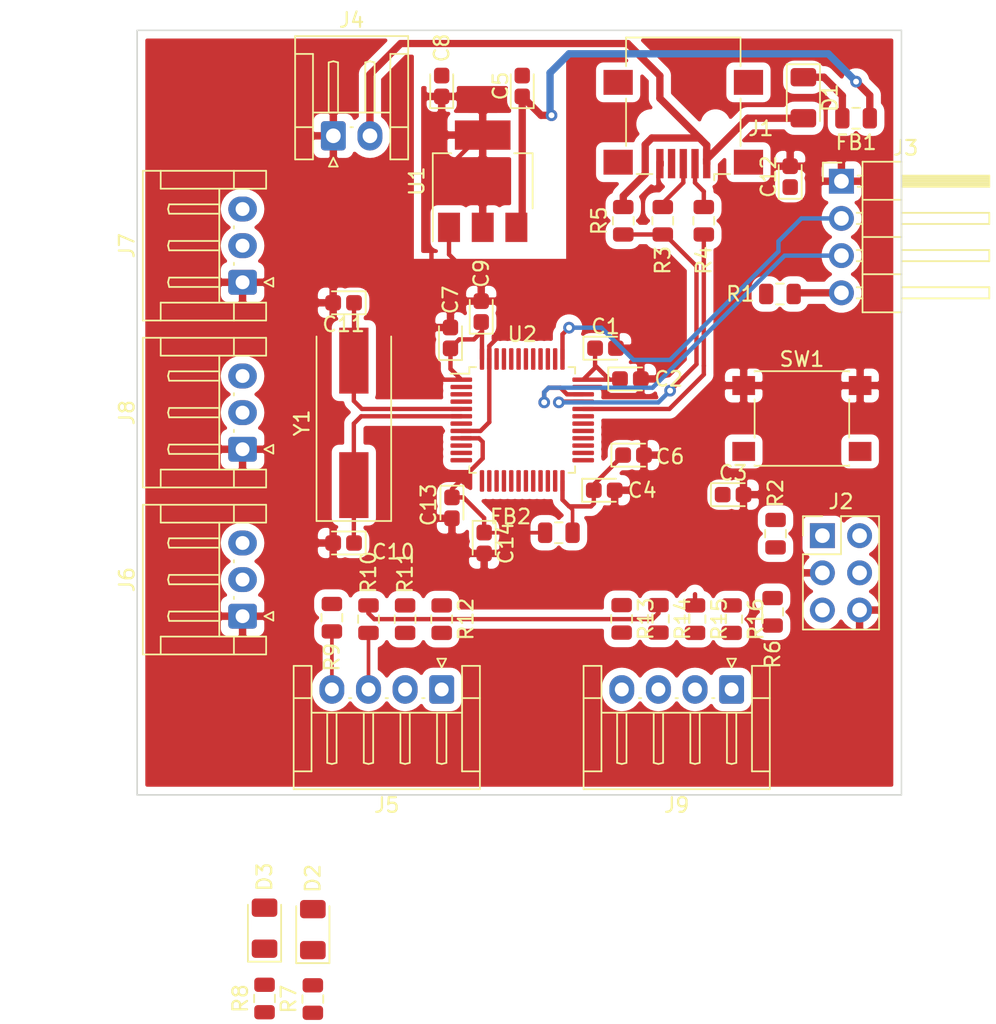
<source format=kicad_pcb>
(kicad_pcb (version 20171130) (host pcbnew "(5.1.6)-1")
  (title_block (title "STM32 Base Board") (date 2020-08-16) (company "Ecole Centrale de Nantes"))
  (layers (0 F.Cu signal) (31 B.Cu signal) (34 B.Paste user) (35 F.Paste user) (36 B.SilkS user) (37 F.SilkS user) (38 B.Mask user) (39 F.Mask user) (44 Edge.Cuts user))
  (net 0 "")
  (net 1 GND)
  (net 2 +3V3)
  (net 3 NRST)
  (net 4 "Net-(C5-Pad1)")
  (net 5 OSC_OUT)
  (net 6 OSC_IN)
  (net 7 +3.3VA)
  (net 8 +5V)
  (net 9 "Net-(D1-Pad1)")
  (net 10 "Net-(D2-Pad1)")
  (net 11 PC13)
  (net 12 "Net-(D3-Pad1)")
  (net 13 "Net-(J1-Pad6)")
  (net 14 "Net-(J1-Pad3)")
  (net 15 "Net-(J1-Pad2)")
  (net 16 "Net-(J2-Pad5)")
  (net 17 "Net-(J2-Pad2)")
  (net 18 SWDIO)
  (net 19 SWDCLK)
  (net 20 "Net-(J5-Pad4)")
  (net 21 "Net-(J5-Pad3)")
  (net 22 "Net-(J5-Pad2)")
  (net 23 "Net-(J5-Pad1)")
  (net 24 IR1)
  (net 25 IR2)
  (net 26 IR3)
  (net 27 BOOT0)
  (net 28 USB_D+)
  (net 29 USB_D-)
  (net 30 BOOT1)
  (net 31 NCS)
  (net 32 MISO)
  (net 33 MOSI)
  (net 34 SCK)
  (net 35 PB9)
  (net 36 PB8)
  (net 37 PB7)
  (net 38 PB6)
  (net 39 PB5)
  (net 40 PB4)
  (net 41 PB3)
  (net 42 PA15)
  (net 43 PA10)
  (net 44 PA9)
  (net 45 PA8)
  (net 46 PB15)
  (net 47 PB14)
  (net 48 PB13)
  (net 49 PB12)
  (net 50 PB11)
  (net 51 PB10)
  (net 52 PB2)
  (net 53 PB1)
  (net 54 PB0)
  (net 55 PA7)
  (net 56 PA6)
  (net 57 PA5)
  (net 58 PA4)
  (net 59 PA3)
  (net 60 PA2)
  (net 61 PA1)
  (net 62 PA0)
  (net 63 PC15)
  (net 64 PC14)
  (net 65 "Net-(J9-Pad4)")
  (net 66 "Net-(J9-Pad3)")
  (net 67 "Net-(J9-Pad2)")
  (net 68 "Net-(J9-Pad1)")
  (net 69 NCS2)
  (module Resistor_SMD:R_0805_2012Metric (layer F.Cu) (at 110.6 110.6 270)
    (fp_text reference R16 (at 0 -1.65 90) (layer F.SilkS))
    (fp_text value 20)
    (pad 2 smd roundrect (at 0.9375 0 270) (size 0.975 1.4) (layers F.Cu F.Paste F.Mask) (net 68 "Net-(J9-Pad1)"))
    (pad 1 smd roundrect (at -0.9375 0 270) (size 0.975 1.4) (layers F.Cu F.Paste F.Mask) (net 34 SCK))
  )
  (module Resistor_SMD:R_0805_2012Metric (layer F.Cu) (at 108.1 110.6 270)
    (fp_text reference R15 (at 0 -1.65 90) (layer F.SilkS))
    (fp_text value 20)
    (pad 2 smd roundrect (at 0.9375 0 270) (size 0.975 1.4) (layers F.Cu F.Paste F.Mask) (net 67 "Net-(J9-Pad2)"))
    (pad 1 smd roundrect (at -0.9375 0 270) (size 0.975 1.4) (layers F.Cu F.Paste F.Mask) (net 33 MOSI))
  )
  (module Resistor_SMD:R_0805_2012Metric (layer F.Cu) (at 105.6 110.58 270)
    (fp_text reference R14 (at 0 -1.65 90) (layer F.SilkS))
    (fp_text value 20)
    (pad 2 smd roundrect (at 0.9375 0 270) (size 0.975 1.4) (layers F.Cu F.Paste F.Mask) (net 66 "Net-(J9-Pad3)"))
    (pad 1 smd roundrect (at -0.9375 0 270) (size 0.975 1.4) (layers F.Cu F.Paste F.Mask) (net 32 MISO))
  )
  (module Resistor_SMD:R_0805_2012Metric (layer F.Cu) (at 103.09 110.58 270)
    (fp_text reference R13 (at 0 -1.65 90) (layer F.SilkS))
    (fp_text value 20)
    (pad 2 smd roundrect (at 0.9375 0 270) (size 0.975 1.4) (layers F.Cu F.Paste F.Mask) (net 65 "Net-(J9-Pad4)"))
    (pad 1 smd roundrect (at -0.9375 0 270) (size 0.975 1.4) (layers F.Cu F.Paste F.Mask) (net 69 NCS2))
  )
  (module Connector_JST:JST_EH_S4B-EH_1x04_P2.50mm_Horizontal (layer F.Cu) (at 110.6 115.4 180)
    (fp_text reference J9 (at 3.75 -7.9) (layer F.SilkS))
    (fp_text value SPI_Connector)
    (pad 4 thru_hole oval (at 7.5 0 180) (size 1.7 1.95) (drill 0.95) (layers *.Cu *.Mask) (net 65 "Net-(J9-Pad4)"))
    (pad 3 thru_hole oval (at 5 0 180) (size 1.7 1.95) (drill 0.95) (layers *.Cu *.Mask) (net 66 "Net-(J9-Pad3)"))
    (pad 2 thru_hole oval (at 2.5 0 180) (size 1.7 1.95) (drill 0.95) (layers *.Cu *.Mask) (net 67 "Net-(J9-Pad2)"))
    (pad 1 thru_hole roundrect (at 0 0 180) (size 1.7 1.95) (drill 0.95) (layers *.Cu *.Mask) (roundrect_rratio 0.147059) (net 68 "Net-(J9-Pad1)"))
  )
  (module Crystal:Crystal_SMD_HC49-SD (layer F.Cu) (at 84.8 97.2 90)
    (fp_text reference Y1 (at 0 -3.55 90) (layer F.SilkS))
    (fp_text value 8MHz)
    (pad 2 smd rect (at 4.25 0 90) (size 4.5 2) (layers F.Cu F.Paste F.Mask) (net 6 OSC_IN))
    (pad 1 smd rect (at -4.25 0 90) (size 4.5 2) (layers F.Cu F.Paste F.Mask) (net 5 OSC_OUT))
  )
  (module Package_QFP:LQFP-48_7x7mm_P0.5mm (layer F.Cu) (at 96.3 97)
    (fp_text reference U2 (at 0 -5.85) (layer F.SilkS))
    (fp_text value STM32F103C8Tx)
    (pad 48 smd roundrect (at -2.75 -4.1625) (size 0.3 1.475) (layers F.Cu F.Paste F.Mask) (net 2 +3V3))
    (pad 47 smd roundrect (at -2.25 -4.1625) (size 0.3 1.475) (layers F.Cu F.Paste F.Mask) (net 1 GND))
    (pad 46 smd roundrect (at -1.75 -4.1625) (size 0.3 1.475) (layers F.Cu F.Paste F.Mask) (net 35 PB9))
    (pad 45 smd roundrect (at -1.25 -4.1625) (size 0.3 1.475) (layers F.Cu F.Paste F.Mask) (net 36 PB8))
    (pad 44 smd roundrect (at -0.75 -4.1625) (size 0.3 1.475) (layers F.Cu F.Paste F.Mask) (net 27 BOOT0))
    (pad 43 smd roundrect (at -0.25 -4.1625) (size 0.3 1.475) (layers F.Cu F.Paste F.Mask) (net 37 PB7))
    (pad 42 smd roundrect (at 0.25 -4.1625) (size 0.3 1.475) (layers F.Cu F.Paste F.Mask) (net 38 PB6))
    (pad 41 smd roundrect (at 0.75 -4.1625) (size 0.3 1.475) (layers F.Cu F.Paste F.Mask) (net 39 PB5))
    (pad 40 smd roundrect (at 1.25 -4.1625) (size 0.3 1.475) (layers F.Cu F.Paste F.Mask) (net 40 PB4))
    (pad 39 smd roundrect (at 1.75 -4.1625) (size 0.3 1.475) (layers F.Cu F.Paste F.Mask) (net 41 PB3))
    (pad 38 smd roundrect (at 2.25 -4.1625) (size 0.3 1.475) (layers F.Cu F.Paste F.Mask) (net 42 PA15))
    (pad 37 smd roundrect (at 2.75 -4.1625) (size 0.3 1.475) (layers F.Cu F.Paste F.Mask) (net 19 SWDCLK))
    (pad 36 smd roundrect (at 4.1625 -2.75) (size 1.475 0.3) (layers F.Cu F.Paste F.Mask) (net 2 +3V3))
    (pad 35 smd roundrect (at 4.1625 -2.25) (size 1.475 0.3) (layers F.Cu F.Paste F.Mask) (net 1 GND))
    (pad 34 smd roundrect (at 4.1625 -1.75) (size 1.475 0.3) (layers F.Cu F.Paste F.Mask) (net 18 SWDIO))
    (pad 33 smd roundrect (at 4.1625 -1.25) (size 1.475 0.3) (layers F.Cu F.Paste F.Mask) (net 28 USB_D+))
    (pad 32 smd roundrect (at 4.1625 -0.75) (size 1.475 0.3) (layers F.Cu F.Paste F.Mask) (net 29 USB_D-))
    (pad 31 smd roundrect (at 4.1625 -0.25) (size 1.475 0.3) (layers F.Cu F.Paste F.Mask) (net 43 PA10))
    (pad 30 smd roundrect (at 4.1625 0.25) (size 1.475 0.3) (layers F.Cu F.Paste F.Mask) (net 44 PA9))
    (pad 29 smd roundrect (at 4.1625 0.75) (size 1.475 0.3) (layers F.Cu F.Paste F.Mask) (net 45 PA8))
    (pad 28 smd roundrect (at 4.1625 1.25) (size 1.475 0.3) (layers F.Cu F.Paste F.Mask) (net 46 PB15))
    (pad 27 smd roundrect (at 4.1625 1.75) (size 1.475 0.3) (layers F.Cu F.Paste F.Mask) (net 47 PB14))
    (pad 26 smd roundrect (at 4.1625 2.25) (size 1.475 0.3) (layers F.Cu F.Paste F.Mask) (net 48 PB13))
    (pad 25 smd roundrect (at 4.1625 2.75) (size 1.475 0.3) (layers F.Cu F.Paste F.Mask) (net 49 PB12))
    (pad 24 smd roundrect (at 2.75 4.1625) (size 0.3 1.475) (layers F.Cu F.Paste F.Mask) (net 2 +3V3))
    (pad 23 smd roundrect (at 2.25 4.1625) (size 0.3 1.475) (layers F.Cu F.Paste F.Mask) (net 1 GND))
    (pad 22 smd roundrect (at 1.75 4.1625) (size 0.3 1.475) (layers F.Cu F.Paste F.Mask) (net 50 PB11))
    (pad 21 smd roundrect (at 1.25 4.1625) (size 0.3 1.475) (layers F.Cu F.Paste F.Mask) (net 51 PB10))
    (pad 20 smd roundrect (at 0.75 4.1625) (size 0.3 1.475) (layers F.Cu F.Paste F.Mask) (net 52 PB2))
    (pad 19 smd roundrect (at 0.25 4.1625) (size 0.3 1.475) (layers F.Cu F.Paste F.Mask) (net 53 PB1))
    (pad 18 smd roundrect (at -0.25 4.1625) (size 0.3 1.475) (layers F.Cu F.Paste F.Mask) (net 54 PB0))
    (pad 17 smd roundrect (at -0.75 4.1625) (size 0.3 1.475) (layers F.Cu F.Paste F.Mask) (net 55 PA7))
    (pad 16 smd roundrect (at -1.25 4.1625) (size 0.3 1.475) (layers F.Cu F.Paste F.Mask) (net 56 PA6))
    (pad 15 smd roundrect (at -1.75 4.1625) (size 0.3 1.475) (layers F.Cu F.Paste F.Mask) (net 57 PA5))
    (pad 14 smd roundrect (at -2.25 4.1625) (size 0.3 1.475) (layers F.Cu F.Paste F.Mask) (net 58 PA4))
    (pad 13 smd roundrect (at -2.75 4.1625) (size 0.3 1.475) (layers F.Cu F.Paste F.Mask) (net 59 PA3))
    (pad 12 smd roundrect (at -4.1625 2.75) (size 1.475 0.3) (layers F.Cu F.Paste F.Mask) (net 60 PA2))
    (pad 11 smd roundrect (at -4.1625 2.25) (size 1.475 0.3) (layers F.Cu F.Paste F.Mask) (net 61 PA1))
    (pad 10 smd roundrect (at -4.1625 1.75) (size 1.475 0.3) (layers F.Cu F.Paste F.Mask) (net 62 PA0))
    (pad 9 smd roundrect (at -4.1625 1.25) (size 1.475 0.3) (layers F.Cu F.Paste F.Mask) (net 7 +3.3VA))
    (pad 8 smd roundrect (at -4.1625 0.75) (size 1.475 0.3) (layers F.Cu F.Paste F.Mask) (net 1 GND))
    (pad 7 smd roundrect (at -4.1625 0.25) (size 1.475 0.3) (layers F.Cu F.Paste F.Mask) (net 3 NRST))
    (pad 6 smd roundrect (at -4.1625 -0.25) (size 1.475 0.3) (layers F.Cu F.Paste F.Mask) (net 5 OSC_OUT))
    (pad 5 smd roundrect (at -4.1625 -0.75) (size 1.475 0.3) (layers F.Cu F.Paste F.Mask) (net 6 OSC_IN))
    (pad 4 smd roundrect (at -4.1625 -1.25) (size 1.475 0.3) (layers F.Cu F.Paste F.Mask) (net 63 PC15))
    (pad 3 smd roundrect (at -4.1625 -1.75) (size 1.475 0.3) (layers F.Cu F.Paste F.Mask) (net 64 PC14))
    (pad 2 smd roundrect (at -4.1625 -2.25) (size 1.475 0.3) (layers F.Cu F.Paste F.Mask) (net 11 PC13))
    (pad 1 smd roundrect (at -4.1625 -2.75) (size 1.475 0.3) (layers F.Cu F.Paste F.Mask) (net 2 +3V3))
  )
  (module Package_TO_SOT_SMD:SOT-223-3_TabPin2 (layer F.Cu) (at 93.6 80.7 90)
    (fp_text reference U1 (at 0 -4.5 90) (layer F.SilkS))
    (fp_text value AMS1117-3.3)
    (pad 1 smd rect (at -3.15 -2.3 90) (size 2 1.5) (layers F.Cu F.Paste F.Mask) (net 1 GND))
    (pad 3 smd rect (at -3.15 2.3 90) (size 2 1.5) (layers F.Cu F.Paste F.Mask) (net 4 "Net-(C5-Pad1)"))
    (pad 2 smd rect (at -3.15 0 90) (size 2 1.5) (layers F.Cu F.Paste F.Mask) (net 2 +3V3))
    (pad 2 smd rect (at 3.15 0 90) (size 2 3.8) (layers F.Cu F.Paste F.Mask) (net 2 +3V3))
  )
  (module Button_Switch_SMD:SW_Push_1P1T_NO_6x6mm_H9.5mm (layer F.Cu) (at 115.4 96.9)
    (fp_text reference SW1 (at 0 -4.05) (layer F.SilkS))
    (fp_text value SW_Push)
    (pad 2 smd rect (at 3.975 2.25) (size 1.55 1.3) (layers F.Cu F.Paste F.Mask) (net 3 NRST))
    (pad 1 smd rect (at 3.975 -2.25) (size 1.55 1.3) (layers F.Cu F.Paste F.Mask) (net 1 GND))
    (pad 1 smd rect (at -3.975 -2.25) (size 1.55 1.3) (layers F.Cu F.Paste F.Mask) (net 1 GND))
    (pad 2 smd rect (at -3.975 2.25) (size 1.55 1.3) (layers F.Cu F.Paste F.Mask) (net 3 NRST))
  )
  (module Resistor_SMD:R_0805_2012Metric (layer F.Cu) (at 90.8 110.6 270)
    (fp_text reference R12 (at 0 -1.65 90) (layer F.SilkS))
    (fp_text value 20)
    (pad 2 smd roundrect (at 0.9375 0 270) (size 0.975 1.4) (layers F.Cu F.Paste F.Mask) (net 23 "Net-(J5-Pad1)"))
    (pad 1 smd roundrect (at -0.9375 0 270) (size 0.975 1.4) (layers F.Cu F.Paste F.Mask) (net 34 SCK))
  )
  (module Resistor_SMD:R_0805_2012Metric (layer F.Cu) (at 88.3 110.6 270)
    (fp_text reference R11 (at -3.2 0 90) (layer F.SilkS))
    (fp_text value 20)
    (pad 2 smd roundrect (at 0.9375 0 270) (size 0.975 1.4) (layers F.Cu F.Paste F.Mask) (net 22 "Net-(J5-Pad2)"))
    (pad 1 smd roundrect (at -0.9375 0 270) (size 0.975 1.4) (layers F.Cu F.Paste F.Mask) (net 33 MOSI))
  )
  (module Resistor_SMD:R_0805_2012Metric (layer F.Cu) (at 85.8 110.6 270)
    (fp_text reference R10 (at -3.2 0 90) (layer F.SilkS))
    (fp_text value 20)
    (pad 2 smd roundrect (at 0.9375 0 270) (size 0.975 1.4) (layers F.Cu F.Paste F.Mask) (net 21 "Net-(J5-Pad3)"))
    (pad 1 smd roundrect (at -0.9375 0 270) (size 0.975 1.4) (layers F.Cu F.Paste F.Mask) (net 32 MISO))
  )
  (module Resistor_SMD:R_0805_2012Metric (layer F.Cu) (at 83.3 110.5 270)
    (fp_text reference R9 (at 2.7 0 90) (layer F.SilkS))
    (fp_text value 20)
    (pad 2 smd roundrect (at 0.9375 0 270) (size 0.975 1.4) (layers F.Cu F.Paste F.Mask) (net 20 "Net-(J5-Pad4)"))
    (pad 1 smd roundrect (at -0.9375 0 270) (size 0.975 1.4) (layers F.Cu F.Paste F.Mask) (net 31 NCS))
  )
  (module Resistor_SMD:R_0805_2012Metric (layer F.Cu) (at 78.7 136.5 90)
    (fp_text reference R8 (at 0 -1.65 90) (layer F.SilkS))
    (fp_text value 220)
    (pad 2 smd roundrect (at 0.9375 0 90) (size 0.975 1.4) (layers F.Cu F.Paste F.Mask) (net 12 "Net-(D3-Pad1)"))
    (pad 1 smd roundrect (at -0.9375 0 90) (size 0.975 1.4) (layers F.Cu F.Paste F.Mask) (net 1 GND))
  )
  (module Resistor_SMD:R_0805_2012Metric (layer F.Cu) (at 82 136.5375 90)
    (fp_text reference R7 (at 0 -1.65 90) (layer F.SilkS))
    (fp_text value 220)
    (pad 2 smd roundrect (at 0.9375 0 90) (size 0.975 1.4) (layers F.Cu F.Paste F.Mask) (net 10 "Net-(D2-Pad1)"))
    (pad 1 smd roundrect (at -0.9375 0 90) (size 0.975 1.4) (layers F.Cu F.Paste F.Mask) (net 1 GND))
  )
  (module Resistor_SMD:R_0805_2012Metric (layer F.Cu) (at 113.4 110.1 270)
    (fp_text reference R6 (at 2.9 0 90) (layer F.SilkS))
    (fp_text value 100K)
    (pad 2 smd roundrect (at 0.9375 0 270) (size 0.975 1.4) (layers F.Cu F.Paste F.Mask) (net 16 "Net-(J2-Pad5)"))
    (pad 1 smd roundrect (at -0.9375 0 270) (size 0.975 1.4) (layers F.Cu F.Paste F.Mask) (net 30 BOOT1))
  )
  (module Resistor_SMD:R_0805_2012Metric (layer F.Cu) (at 103.2 83.4 90)
    (fp_text reference R5 (at 0 -1.65 90) (layer F.SilkS))
    (fp_text value 4k7)
    (pad 2 smd roundrect (at 0.9375 0 90) (size 0.975 1.4) (layers F.Cu F.Paste F.Mask) (net 8 +5V))
    (pad 1 smd roundrect (at -0.9375 0 90) (size 0.975 1.4) (layers F.Cu F.Paste F.Mask) (net 28 USB_D+))
  )
  (module Resistor_SMD:R_0805_2012Metric (layer F.Cu) (at 108.7 83.4 90)
    (fp_text reference R4 (at -2.7 0 90) (layer F.SilkS))
    (fp_text value 20)
    (pad 2 smd roundrect (at 0.9375 0 90) (size 0.975 1.4) (layers F.Cu F.Paste F.Mask) (net 15 "Net-(J1-Pad2)"))
    (pad 1 smd roundrect (at -0.9375 0 90) (size 0.975 1.4) (layers F.Cu F.Paste F.Mask) (net 29 USB_D-))
  )
  (module Resistor_SMD:R_0805_2012Metric (layer F.Cu) (at 105.9 83.4 90)
    (fp_text reference R3 (at -2.7 0 90) (layer F.SilkS))
    (fp_text value 20)
    (pad 2 smd roundrect (at 0.9375 0 90) (size 0.975 1.4) (layers F.Cu F.Paste F.Mask) (net 14 "Net-(J1-Pad3)"))
    (pad 1 smd roundrect (at -0.9375 0 90) (size 0.975 1.4) (layers F.Cu F.Paste F.Mask) (net 28 USB_D+))
  )
  (module Resistor_SMD:R_0805_2012Metric (layer F.Cu) (at 113.6 104.7625 270)
    (fp_text reference R2 (at -2.7625 0 90) (layer F.SilkS))
    (fp_text value 100K)
    (pad 2 smd roundrect (at 0.9375 0 270) (size 0.975 1.4) (layers F.Cu F.Paste F.Mask) (net 27 BOOT0))
    (pad 1 smd roundrect (at -0.9375 0 270) (size 0.975 1.4) (layers F.Cu F.Paste F.Mask) (net 17 "Net-(J2-Pad2)"))
  )
  (module Resistor_SMD:R_0805_2012Metric (layer F.Cu) (at 113.9 88.4)
    (fp_text reference R1 (at -2.7 0) (layer F.SilkS))
    (fp_text value 10K)
    (pad 2 smd roundrect (at 0.9375 0) (size 0.975 1.4) (layers F.Cu F.Paste F.Mask) (net 2 +3V3))
    (pad 1 smd roundrect (at -0.9375 0) (size 0.975 1.4) (layers F.Cu F.Paste F.Mask) (net 3 NRST))
  )
  (module Connector_JST:JST_EH_S3B-EH_1x03_P2.50mm_Horizontal (layer F.Cu) (at 77.2 99 90)
    (fp_text reference J8 (at 2.5 -7.9 90) (layer F.SilkS))
    (fp_text value IR3)
    (pad 3 thru_hole oval (at 5 0 90) (size 1.7 1.95) (drill 0.95) (layers *.Cu *.Mask) (net 2 +3V3))
    (pad 2 thru_hole oval (at 2.5 0 90) (size 1.7 1.95) (drill 0.95) (layers *.Cu *.Mask) (net 26 IR3))
    (pad 1 thru_hole roundrect (at 0 0 90) (size 1.7 1.95) (drill 0.95) (layers *.Cu *.Mask) (roundrect_rratio 0.147059) (net 1 GND))
  )
  (module Connector_JST:JST_EH_S3B-EH_1x03_P2.50mm_Horizontal (layer F.Cu) (at 77.2 87.6 90)
    (fp_text reference J7 (at 2.5 -7.9 90) (layer F.SilkS))
    (fp_text value IR2)
    (pad 3 thru_hole oval (at 5 0 90) (size 1.7 1.95) (drill 0.95) (layers *.Cu *.Mask) (net 2 +3V3))
    (pad 2 thru_hole oval (at 2.5 0 90) (size 1.7 1.95) (drill 0.95) (layers *.Cu *.Mask) (net 25 IR2))
    (pad 1 thru_hole roundrect (at 0 0 90) (size 1.7 1.95) (drill 0.95) (layers *.Cu *.Mask) (roundrect_rratio 0.147059) (net 1 GND))
  )
  (module Connector_JST:JST_EH_S3B-EH_1x03_P2.50mm_Horizontal (layer F.Cu) (at 77.2 110.4 90)
    (fp_text reference J6 (at 2.5 -7.9 90) (layer F.SilkS))
    (fp_text value IR1)
    (pad 3 thru_hole oval (at 5 0 90) (size 1.7 1.95) (drill 0.95) (layers *.Cu *.Mask) (net 2 +3V3))
    (pad 2 thru_hole oval (at 2.5 0 90) (size 1.7 1.95) (drill 0.95) (layers *.Cu *.Mask) (net 24 IR1))
    (pad 1 thru_hole roundrect (at 0 0 90) (size 1.7 1.95) (drill 0.95) (layers *.Cu *.Mask) (roundrect_rratio 0.147059) (net 1 GND))
  )
  (module Connector_JST:JST_EH_S4B-EH_1x04_P2.50mm_Horizontal (layer F.Cu) (at 90.8 115.4 180)
    (fp_text reference J5 (at 3.75 -7.9) (layer F.SilkS))
    (fp_text value SPI_Connector)
    (pad 4 thru_hole oval (at 7.5 0 180) (size 1.7 1.95) (drill 0.95) (layers *.Cu *.Mask) (net 20 "Net-(J5-Pad4)"))
    (pad 3 thru_hole oval (at 5 0 180) (size 1.7 1.95) (drill 0.95) (layers *.Cu *.Mask) (net 21 "Net-(J5-Pad3)"))
    (pad 2 thru_hole oval (at 2.5 0 180) (size 1.7 1.95) (drill 0.95) (layers *.Cu *.Mask) (net 22 "Net-(J5-Pad2)"))
    (pad 1 thru_hole roundrect (at 0 0 180) (size 1.7 1.95) (drill 0.95) (layers *.Cu *.Mask) (roundrect_rratio 0.147059) (net 23 "Net-(J5-Pad1)"))
  )
  (module Connector_JST:JST_EH_S2B-EH_1x02_P2.50mm_Horizontal (layer F.Cu) (at 83.4 77.6)
    (fp_text reference J4 (at 1.25 -7.9) (layer F.SilkS))
    (fp_text value Power)
    (pad 2 thru_hole oval (at 2.5 0) (size 1.7 2) (drill 1) (layers *.Cu *.Mask) (net 8 +5V))
    (pad 1 thru_hole roundrect (at 0 0) (size 1.7 2) (drill 1) (layers *.Cu *.Mask) (roundrect_rratio 0.147059) (net 1 GND))
  )
  (module Connector_PinHeader_2.54mm:PinHeader_1x04_P2.54mm_Horizontal (layer F.Cu) (at 118.1 80.7)
    (fp_text reference J3 (at 4.385 -2.27) (layer F.SilkS))
    (fp_text value SWDebugger)
    (pad 4 thru_hole oval (at 0 7.62) (size 1.7 1.7) (drill 1) (layers *.Cu *.Mask) (net 2 +3V3))
    (pad 3 thru_hole oval (at 0 5.08) (size 1.7 1.7) (drill 1) (layers *.Cu *.Mask) (net 18 SWDIO))
    (pad 2 thru_hole oval (at 0 2.54) (size 1.7 1.7) (drill 1) (layers *.Cu *.Mask) (net 19 SWDCLK))
    (pad 1 thru_hole rect (at 0 0) (size 1.7 1.7) (drill 1) (layers *.Cu *.Mask) (net 1 GND))
  )
  (module Connector_PinHeader_2.54mm:PinHeader_2x03_P2.54mm_Vertical (layer F.Cu) (at 116.8 104.9)
    (fp_text reference J2 (at 1.27 -2.33) (layer F.SilkS))
    (fp_text value Boot_Pins)
    (pad 6 thru_hole oval (at 2.54 5.08) (size 1.7 1.7) (drill 1) (layers *.Cu *.Mask) (net 1 GND))
    (pad 5 thru_hole oval (at 0 5.08) (size 1.7 1.7) (drill 1) (layers *.Cu *.Mask) (net 16 "Net-(J2-Pad5)"))
    (pad 4 thru_hole oval (at 2.54 2.54) (size 1.7 1.7) (drill 1) (layers *.Cu *.Mask) (net 2 +3V3))
    (pad 3 thru_hole oval (at 0 2.54) (size 1.7 1.7) (drill 1) (layers *.Cu *.Mask) (net 1 GND))
    (pad 2 thru_hole oval (at 2.54 0) (size 1.7 1.7) (drill 1) (layers *.Cu *.Mask) (net 17 "Net-(J2-Pad2)"))
    (pad 1 thru_hole rect (at 0 0) (size 1.7 1.7) (drill 1) (layers *.Cu *.Mask) (net 2 +3V3))
  )
  (module Connector_USB:USB_Mini-B_Lumberg_2486_01_Horizontal (layer F.Cu) (at 107.3 76.8 180)
    (fp_text reference J1 (at -5.3 -0.3) (layer F.SilkS))
    (fp_text value USB_B_Mini)
    (pad "" np_thru_hole circle (at 2.2 0 180) (size 1 1) (drill 1) (layers *.Cu *.Mask))
    (pad "" np_thru_hole circle (at -2.2 0 180) (size 1 1) (drill 1) (layers *.Cu *.Mask))
    (pad 6 smd rect (at 4.45 2.85 180) (size 2 1.7) (layers F.Cu F.Paste F.Mask) (net 13 "Net-(J1-Pad6)"))
    (pad 6 smd rect (at 4.45 -2.6 180) (size 2 1.7) (layers F.Cu F.Paste F.Mask) (net 13 "Net-(J1-Pad6)"))
    (pad 6 smd rect (at -4.45 2.85 180) (size 2 1.7) (layers F.Cu F.Paste F.Mask) (net 13 "Net-(J1-Pad6)"))
    (pad 6 smd rect (at -4.45 -2.6 180) (size 2 1.7) (layers F.Cu F.Paste F.Mask) (net 13 "Net-(J1-Pad6)"))
    (pad 5 smd rect (at 1.6 -2.7 180) (size 0.5 2) (layers F.Cu F.Paste F.Mask) (net 1 GND))
    (pad 4 smd rect (at 0.8 -2.7 180) (size 0.5 2) (layers F.Cu F.Paste F.Mask) (net 1 GND))
    (pad 3 smd rect (at 0 -2.7 180) (size 0.5 2) (layers F.Cu F.Paste F.Mask) (net 14 "Net-(J1-Pad3)"))
    (pad 2 smd rect (at -0.8 -2.7 180) (size 0.5 2) (layers F.Cu F.Paste F.Mask) (net 15 "Net-(J1-Pad2)"))
    (pad 1 smd rect (at -1.6 -2.7 180) (size 0.5 2) (layers F.Cu F.Paste F.Mask) (net 8 +5V))
  )
  (module Resistor_SMD:R_0805_2012Metric (layer F.Cu) (at 98.8 104.7)
    (fp_text reference FB2 (at -3.3 -1.1) (layer F.SilkS))
    (fp_text value 100@100MHz)
    (pad 2 smd roundrect (at 0.9375 0) (size 0.975 1.4) (layers F.Cu F.Paste F.Mask) (net 2 +3V3))
    (pad 1 smd roundrect (at -0.9375 0) (size 0.975 1.4) (layers F.Cu F.Paste F.Mask) (net 7 +3.3VA))
  )
  (module Resistor_SMD:R_0805_2012Metric (layer F.Cu) (at 119.1 76.4 180)
    (fp_text reference FB1 (at 0 -1.65) (layer F.SilkS))
    (fp_text value 100@100MHz)
    (pad 2 smd roundrect (at 0.9375 0 180) (size 0.975 1.4) (layers F.Cu F.Paste F.Mask) (net 9 "Net-(D1-Pad1)"))
    (pad 1 smd roundrect (at -0.9375 0 180) (size 0.975 1.4) (layers F.Cu F.Paste F.Mask) (net 4 "Net-(C5-Pad1)"))
  )
  (module LED_SMD:LED_1206_3216Metric (layer F.Cu) (at 78.7 131.7 90)
    (fp_text reference D3 (at 3.5 0 90) (layer F.SilkS))
    (fp_text value green)
    (pad 2 smd roundrect (at 1.4 0 90) (size 1.25 1.75) (layers F.Cu F.Paste F.Mask) (roundrect_rratio 0.2) (net 11 PC13))
    (pad 1 smd roundrect (at -1.4 0 90) (size 1.25 1.75) (layers F.Cu F.Paste F.Mask) (roundrect_rratio 0.2) (net 12 "Net-(D3-Pad1)"))
  )
  (module LED_SMD:LED_1206_3216Metric (layer F.Cu) (at 82 131.8 90)
    (fp_text reference D2 (at 3.5 0 90) (layer F.SilkS))
    (fp_text value red)
    (pad 2 smd roundrect (at 1.4 0 90) (size 1.25 1.75) (layers F.Cu F.Paste F.Mask) (roundrect_rratio 0.2) (net 2 +3V3))
    (pad 1 smd roundrect (at -1.4 0 90) (size 1.25 1.75) (layers F.Cu F.Paste F.Mask) (roundrect_rratio 0.2) (net 10 "Net-(D2-Pad1)"))
  )
  (module Diode_SMD:D_1206_3216Metric (layer F.Cu) (at 115.5 75 270)
    (fp_text reference D1 (at 0 -1.82 90) (layer F.SilkS))
    (fp_text value D_Schottky_Small)
    (pad 2 smd roundrect (at 1.4 0 270) (size 1.25 1.75) (layers F.Cu F.Paste F.Mask) (roundrect_rratio 0.2) (net 8 +5V))
    (pad 1 smd roundrect (at -1.4 0 270) (size 1.25 1.75) (layers F.Cu F.Paste F.Mask) (roundrect_rratio 0.2) (net 9 "Net-(D1-Pad1)"))
  )
  (module Capacitor_Tantalum_SMD:CP_EIA-1608-08_AVX-J (layer F.Cu) (at 93.7 105.4 270)
    (fp_text reference C14 (at 0 -1.48 90) (layer F.SilkS))
    (fp_text value 1uF)
    (pad 2 smd roundrect (at 0.7125 0 270) (size 1.075 1.05) (layers F.Cu F.Paste F.Mask) (roundrect_rratio 0.238095) (net 1 GND))
    (pad 1 smd roundrect (at -0.7125 0 270) (size 1.075 1.05) (layers F.Cu F.Paste F.Mask) (roundrect_rratio 0.238095) (net 7 +3.3VA))
  )
  (module Capacitor_Tantalum_SMD:CP_EIA-1608-08_AVX-J (layer F.Cu) (at 91.5 103 270)
    (fp_text reference C13 (at -0.2 1.6 90) (layer F.SilkS))
    (fp_text value 10nF)
    (pad 2 smd roundrect (at 0.7125 0 270) (size 1.075 1.05) (layers F.Cu F.Paste F.Mask) (roundrect_rratio 0.238095) (net 1 GND))
    (pad 1 smd roundrect (at -0.7125 0 270) (size 1.075 1.05) (layers F.Cu F.Paste F.Mask) (roundrect_rratio 0.238095) (net 7 +3.3VA))
  )
  (module Capacitor_Tantalum_SMD:CP_EIA-1608-08_AVX-J (layer F.Cu) (at 114.6 80.3875 90)
    (fp_text reference C12 (at 0 -1.48 90) (layer F.SilkS))
    (fp_text value 0.1uF)
    (pad 2 smd roundrect (at 0.7125 0 90) (size 1.075 1.05) (layers F.Cu F.Paste F.Mask) (roundrect_rratio 0.238095) (net 1 GND))
    (pad 1 smd roundrect (at -0.7125 0 90) (size 1.075 1.05) (layers F.Cu F.Paste F.Mask) (roundrect_rratio 0.238095) (net 2 +3V3))
  )
  (module Capacitor_Tantalum_SMD:CP_EIA-1608-08_AVX-J (layer F.Cu) (at 84.1 89 180)
    (fp_text reference C11 (at 0 -1.48) (layer F.SilkS))
    (fp_text value 22pF)
    (pad 2 smd roundrect (at 0.7125 0 180) (size 1.075 1.05) (layers F.Cu F.Paste F.Mask) (roundrect_rratio 0.238095) (net 1 GND))
    (pad 1 smd roundrect (at -0.7125 0 180) (size 1.075 1.05) (layers F.Cu F.Paste F.Mask) (roundrect_rratio 0.238095) (net 6 OSC_IN))
  )
  (module Capacitor_Tantalum_SMD:CP_EIA-1608-08_AVX-J (layer F.Cu) (at 84.1 105.4 180)
    (fp_text reference C10 (at -3.4 -0.6) (layer F.SilkS))
    (fp_text value 22pF)
    (pad 2 smd roundrect (at 0.7125 0 180) (size 1.075 1.05) (layers F.Cu F.Paste F.Mask) (roundrect_rratio 0.238095) (net 1 GND))
    (pad 1 smd roundrect (at -0.7125 0 180) (size 1.075 1.05) (layers F.Cu F.Paste F.Mask) (roundrect_rratio 0.238095) (net 5 OSC_OUT))
  )
  (module Capacitor_Tantalum_SMD:CP_EIA-1608-08_AVX-J (layer F.Cu) (at 93.5 89.6 90)
    (fp_text reference C9 (at 2.6 0 90) (layer F.SilkS))
    (fp_text value 1uF)
    (pad 2 smd roundrect (at 0.7125 0 90) (size 1.075 1.05) (layers F.Cu F.Paste F.Mask) (roundrect_rratio 0.238095) (net 1 GND))
    (pad 1 smd roundrect (at -0.7125 0 90) (size 1.075 1.05) (layers F.Cu F.Paste F.Mask) (roundrect_rratio 0.238095) (net 2 +3V3))
  )
  (module Capacitor_Tantalum_SMD:CP_EIA-1608-08_AVX-J (layer F.Cu) (at 90.8 74.2 90)
    (fp_text reference C8 (at 2.6 0 90) (layer F.SilkS))
    (fp_text value 1uF)
    (pad 2 smd roundrect (at 0.7125 0 90) (size 1.075 1.05) (layers F.Cu F.Paste F.Mask) (roundrect_rratio 0.238095) (net 1 GND))
    (pad 1 smd roundrect (at -0.7125 0 90) (size 1.075 1.05) (layers F.Cu F.Paste F.Mask) (roundrect_rratio 0.238095) (net 2 +3V3))
  )
  (module Capacitor_Tantalum_SMD:CP_EIA-1608-08_AVX-J (layer F.Cu) (at 91.4 91.4 90)
    (fp_text reference C7 (at 2.6 0 90) (layer F.SilkS))
    (fp_text value 10nF)
    (pad 2 smd roundrect (at 0.7125 0 90) (size 1.075 1.05) (layers F.Cu F.Paste F.Mask) (roundrect_rratio 0.238095) (net 1 GND))
    (pad 1 smd roundrect (at -0.7125 0 90) (size 1.075 1.05) (layers F.Cu F.Paste F.Mask) (roundrect_rratio 0.238095) (net 2 +3V3))
  )
  (module Capacitor_Tantalum_SMD:CP_EIA-1608-08_AVX-J (layer F.Cu) (at 103.9 99.4)
    (fp_text reference C6 (at 2.5 0.1) (layer F.SilkS))
    (fp_text value 10nF)
    (pad 2 smd roundrect (at 0.7125 0) (size 1.075 1.05) (layers F.Cu F.Paste F.Mask) (roundrect_rratio 0.238095) (net 1 GND))
    (pad 1 smd roundrect (at -0.7125 0) (size 1.075 1.05) (layers F.Cu F.Paste F.Mask) (roundrect_rratio 0.238095) (net 2 +3V3))
  )
  (module Capacitor_Tantalum_SMD:CP_EIA-1608-08_AVX-J (layer F.Cu) (at 96.3 74.2 90)
    (fp_text reference C5 (at 0 -1.48 90) (layer F.SilkS))
    (fp_text value 10uF)
    (pad 2 smd roundrect (at 0.7125 0 90) (size 1.075 1.05) (layers F.Cu F.Paste F.Mask) (roundrect_rratio 0.238095) (net 1 GND))
    (pad 1 smd roundrect (at -0.7125 0 90) (size 1.075 1.05) (layers F.Cu F.Paste F.Mask) (roundrect_rratio 0.238095) (net 4 "Net-(C5-Pad1)"))
  )
  (module Capacitor_Tantalum_SMD:CP_EIA-1608-08_AVX-J (layer F.Cu) (at 101.9 101.8)
    (fp_text reference C4 (at 2.6 0) (layer F.SilkS))
    (fp_text value 10nF)
    (pad 2 smd roundrect (at 0.7125 0) (size 1.075 1.05) (layers F.Cu F.Paste F.Mask) (roundrect_rratio 0.238095) (net 1 GND))
    (pad 1 smd roundrect (at -0.7125 0) (size 1.075 1.05) (layers F.Cu F.Paste F.Mask) (roundrect_rratio 0.238095) (net 2 +3V3))
  )
  (module Capacitor_Tantalum_SMD:CP_EIA-1608-08_AVX-J (layer F.Cu) (at 110.7 102.1)
    (fp_text reference C3 (at 0 -1.48) (layer F.SilkS))
    (fp_text value 22pF)
    (pad 2 smd roundrect (at 0.7125 0) (size 1.075 1.05) (layers F.Cu F.Paste F.Mask) (roundrect_rratio 0.238095) (net 1 GND))
    (pad 1 smd roundrect (at -0.7125 0) (size 1.075 1.05) (layers F.Cu F.Paste F.Mask) (roundrect_rratio 0.238095) (net 3 NRST))
  )
  (module Capacitor_Tantalum_SMD:CP_EIA-1608-08_AVX-J (layer F.Cu) (at 103.6875 94.2)
    (fp_text reference C2 (at 2.6125 0) (layer F.SilkS))
    (fp_text value 10nF)
    (pad 2 smd roundrect (at 0.7125 0) (size 1.075 1.05) (layers F.Cu F.Paste F.Mask) (roundrect_rratio 0.238095) (net 1 GND))
    (pad 1 smd roundrect (at -0.7125 0) (size 1.075 1.05) (layers F.Cu F.Paste F.Mask) (roundrect_rratio 0.238095) (net 2 +3V3))
  )
  (module Capacitor_Tantalum_SMD:CP_EIA-1608-08_AVX-J (layer F.Cu) (at 101.9875 92.1)
    (fp_text reference C1 (at 0 -1.48) (layer F.SilkS))
    (fp_text value 10nF)
    (pad 2 smd roundrect (at 0.7125 0) (size 1.075 1.05) (layers F.Cu F.Paste F.Mask) (roundrect_rratio 0.238095) (net 1 GND))
    (pad 1 smd roundrect (at -0.7125 0) (size 1.075 1.05) (layers F.Cu F.Paste F.Mask) (roundrect_rratio 0.238095) (net 2 +3V3))
  )
  (gr_line (start 122.2 70.4) (end 70 70.4) (layer Edge.Cuts) (width 0.1))
  (gr_line (start 122.2 122.6) (end 122.2 70.4) (layer Edge.Cuts) (width 0.1))
  (gr_line (start 70 122.6) (end 122.2 122.6) (layer Edge.Cuts) (width 0.1))
  (gr_line (start 70 70.4) (end 70 122.6) (layer Edge.Cuts) (width 0.1))
  (segment (start 93.5 88.8875) (end 92.3125 88.8875) (width 0.3) (layer F.Cu) (net 1))
  (segment (start 91.4 89.8) (end 91.4 90.6875) (width 0.3) (layer F.Cu) (net 1))
  (segment (start 92.3125 88.8875) (end 91.4 89.8) (width 0.3) (layer F.Cu) (net 1))
  (segment (start 94.05 92.8375) (end 94.05 91.95) (width 0.3) (layer F.Cu) (net 1))
  (segment (start 94.05 91.95) (end 94.7 91.3) (width 0.3) (layer F.Cu) (net 1))
  (segment (start 94.7 91.3) (end 94.7 89.2) (width 0.3) (layer F.Cu) (net 1))
  (segment (start 94.3875 88.8875) (end 93.5 88.8875) (width 0.3) (layer F.Cu) (net 1))
  (segment (start 94.7 89.2) (end 94.3875 88.8875) (width 0.3) (layer F.Cu) (net 1))
  (segment (start 102.7 92.1) (end 103.5 92.1) (width 0.3) (layer F.Cu) (net 1))
  (segment (start 104.4 93) (end 104.4 94.2) (width 0.3) (layer F.Cu) (net 1))
  (segment (start 103.5 92.1) (end 104.4 93) (width 0.3) (layer F.Cu) (net 1))
  (segment (start 100.4625 94.75) (end 101.65 94.75) (width 0.3) (layer F.Cu) (net 1))
  (segment (start 101.65 94.75) (end 102.2 95.3) (width 0.3) (layer F.Cu) (net 1))
  (segment (start 102.2 95.3) (end 104.1 95.3) (width 0.3) (layer F.Cu) (net 1))
  (segment (start 104.4 95) (end 104.4 94.2) (width 0.3) (layer F.Cu) (net 1))
  (segment (start 104.1 95.3) (end 104.4 95) (width 0.3) (layer F.Cu) (net 1))
  (segment (start 93.7 106.1125) (end 92.9125 106.1125) (width 0.3) (layer F.Cu) (net 1))
  (segment (start 91.5 104.7) (end 91.5 103.7125) (width 0.3) (layer F.Cu) (net 1))
  (segment (start 92.9125 106.1125) (end 91.5 104.7) (width 0.3) (layer F.Cu) (net 1))
  (segment (start 118.1 80.7) (end 116.5 80.7) (width 0.5) (layer F.Cu) (net 1))
  (segment (start 115.475 79.675) (end 114.6 79.675) (width 0.5) (layer F.Cu) (net 1))
  (segment (start 116.5 80.7) (end 115.475 79.675) (width 0.5) (layer F.Cu) (net 1))
  (segment (start 104.6125 99.4) (end 104.6125 100.6875) (width 0.3) (layer F.Cu) (net 1))
  (segment (start 103.5 101.8) (end 102.6125 101.8) (width 0.3) (layer F.Cu) (net 1))
  (segment (start 104.6125 100.6875) (end 103.5 101.8) (width 0.3) (layer F.Cu) (net 1))
  (segment (start 83.3875 105.4) (end 82.7 105.4) (width 0.3) (layer F.Cu) (net 1))
  (segment (start 93.5 88.8875) (end 93.5 87.9) (width 0.3) (layer F.Cu) (net 1))
  (segment (start 91.3 85.7) (end 91.3 83.85) (width 0.3) (layer F.Cu) (net 1))
  (segment (start 93.5 87.9) (end 91.3 85.7) (width 0.3) (layer F.Cu) (net 1))
  (segment (start 94.05 92.8375) (end 94.05 97.15) (width 0.3) (layer F.Cu) (net 1))
  (segment (start 93.45 97.75) (end 92.1375 97.75) (width 0.3) (layer F.Cu) (net 1))
  (segment (start 94.05 97.15) (end 93.45 97.75) (width 0.3) (layer F.Cu) (net 1))
  (segment (start 93.55 90.3625) (end 93.5 90.3125) (width 0.3) (layer F.Cu) (net 2))
  (segment (start 92.1375 94.25) (end 91.4 93.5125) (width 0.3) (layer F.Cu) (net 2))
  (segment (start 91.4 93.5125) (end 91.4 92.1125) (width 0.3) (layer F.Cu) (net 2))
  (segment (start 91.4 92.1125) (end 91.4 92.1) (width 0.3) (layer F.Cu) (net 2))
  (segment (start 93 91.5) (end 93.55 90.95) (width 0.3) (layer F.Cu) (net 2))
  (segment (start 91.4 92.1) (end 92 91.5) (width 0.3) (layer F.Cu) (net 2))
  (segment (start 93.55 92.8375) (end 93.55 90.95) (width 0.3) (layer F.Cu) (net 2))
  (segment (start 92 91.5) (end 93 91.5) (width 0.3) (layer F.Cu) (net 2))
  (segment (start 93.55 90.95) (end 93.55 90.3625) (width 0.3) (layer F.Cu) (net 2))
  (segment (start 102.925 94.25) (end 102.975 94.2) (width 0.3) (layer F.Cu) (net 2))
  (segment (start 101.275 92.1) (end 101.275 93.275) (width 0.3) (layer F.Cu) (net 2))
  (segment (start 102.25 94.25) (end 102.925 94.25) (width 0.3) (layer F.Cu) (net 2))
  (segment (start 100.4625 94.25) (end 102.25 94.25) (width 0.3) (layer F.Cu) (net 2))
  (segment (start 101.275 93.275) (end 102.25 94.25) (width 0.3) (layer F.Cu) (net 2))
  (segment (start 101.275 93.4375) (end 100.4625 94.25) (width 0.3) (layer F.Cu) (net 2))
  (segment (start 101.275 93.275) (end 101.275 93.4375) (width 0.3) (layer F.Cu) (net 2))
  (segment (start 114.9175 88.32) (end 114.8375 88.4) (width 0.5) (layer F.Cu) (net 2))
  (segment (start 118.1 88.32) (end 114.9175 88.32) (width 0.5) (layer F.Cu) (net 2))
  (segment (start 99.05 101.1625) (end 99.05 102.45) (width 0.3) (layer F.Cu) (net 2))
  (segment (start 99.05 102.45) (end 99.5 102.9) (width 0.3) (layer F.Cu) (net 2))
  (segment (start 99.5 102.9) (end 101 102.9) (width 0.3) (layer F.Cu) (net 2))
  (segment (start 101.1875 102.7125) (end 101.1875 101.8) (width 0.3) (layer F.Cu) (net 2))
  (segment (start 101 102.9) (end 101.1875 102.7125) (width 0.3) (layer F.Cu) (net 2))
  (segment (start 103.1875 99.4) (end 103.1875 99.4125) (width 0.3) (layer F.Cu) (net 2))
  (segment (start 101.1875 101.4125) (end 101.1875 101.8) (width 0.3) (layer F.Cu) (net 2))
  (segment (start 103.1875 99.4125) (end 101.1875 101.4125) (width 0.3) (layer F.Cu) (net 2))
  (segment (start 90.8 74.9125) (end 92.7125 74.9125) (width 0.5) (layer F.Cu) (net 2))
  (segment (start 93.6 75.8) (end 93.6 77.55) (width 0.5) (layer F.Cu) (net 2))
  (segment (start 92.7125 74.9125) (end 93.6 75.8) (width 0.5) (layer F.Cu) (net 2))
  (segment (start 93.6 77.55) (end 93.6 83.85) (width 0.5) (layer F.Cu) (net 2))
  (segment (start 92.1375 94.25) (end 90.95 94.25) (width 0.3) (layer F.Cu) (net 2))
  (segment (start 90.95 94.25) (end 90.1 93.4) (width 0.3) (layer F.Cu) (net 2))
  (segment (start 90.1 93.4) (end 90.1 85.4) (width 0.3) (layer F.Cu) (net 2))
  (segment (start 90.1 85.4) (end 89.7 85) (width 0.3) (layer F.Cu) (net 2))
  (segment (start 89.7 85) (end 89.7 81.3) (width 0.3) (layer F.Cu) (net 2))
  (segment (start 93.45 77.55) (end 93.6 77.55) (width 0.3) (layer F.Cu) (net 2))
  (segment (start 89.7 81.3) (end 93.45 77.55) (width 0.3) (layer F.Cu) (net 2))
  (segment (start 99.7375 103.1375) (end 99.7375 104.7) (width 0.25) (layer F.Cu) (net 2))
  (segment (start 99.5 102.9) (end 99.7375 103.1375) (width 0.25) (layer F.Cu) (net 2))
  (segment (start 96.3 83.45) (end 95.9 83.85) (width 0.5) (layer F.Cu) (net 4))
  (segment (start 96.3 74.9125) (end 96.3 83.45) (width 0.5) (layer F.Cu) (net 4))
  (segment (start 120.0375 76.4) (end 120.0375 74.8375) (width 0.5) (layer F.Cu) (net 4))
  (via (at 119.1 73.9) (size 0.8) (drill 0.4) (layers F.Cu B.Cu) (net 4))
  (segment (start 120.0375 74.8375) (end 119.1 73.9) (width 0.5) (layer F.Cu) (net 4))
  (segment (start 119.1 73.9) (end 117.2 72) (width 0.5) (layer B.Cu) (net 4))
  (segment (start 117.2 72) (end 99.5 72) (width 0.5) (layer B.Cu) (net 4))
  (segment (start 99.5 72) (end 98.2 73.3) (width 0.5) (layer B.Cu) (net 4))
  (via (at 98.3 76.2) (size 0.8) (drill 0.4) (layers F.Cu B.Cu) (net 4))
  (segment (start 98.2 73.3) (end 98.2 76.1) (width 0.5) (layer B.Cu) (net 4))
  (segment (start 98.2 76.1) (end 98.3 76.2) (width 0.5) (layer B.Cu) (net 4))
  (segment (start 97.5875 76.2) (end 96.3 74.9125) (width 0.5) (layer F.Cu) (net 4))
  (segment (start 98.3 76.2) (end 97.5875 76.2) (width 0.5) (layer F.Cu) (net 4))
  (segment (start 92.1375 96.75) (end 85.300008 96.75) (width 0.3) (layer F.Cu) (net 5))
  (segment (start 85.300008 96.75) (end 84.8 97.250008) (width 0.3) (layer F.Cu) (net 5))
  (segment (start 84.8 97.250008) (end 84.8 101.45) (width 0.3) (layer F.Cu) (net 5))
  (segment (start 84.8 105.3875) (end 84.8125 105.4) (width 0.3) (layer F.Cu) (net 5))
  (segment (start 84.8 101.45) (end 84.8 105.3875) (width 0.3) (layer F.Cu) (net 5))
  (segment (start 92.1375 96.25) (end 85.35 96.25) (width 0.3) (layer F.Cu) (net 6))
  (segment (start 84.8 95.7) (end 84.8 92.95) (width 0.3) (layer F.Cu) (net 6))
  (segment (start 85.35 96.25) (end 84.8 95.7) (width 0.3) (layer F.Cu) (net 6))
  (segment (start 84.8125 92.9375) (end 84.8 92.95) (width 0.3) (layer F.Cu) (net 6))
  (segment (start 84.8125 89) (end 84.8125 92.9375) (width 0.3) (layer F.Cu) (net 6))
  (segment (start 93.7 104.6875) (end 93.7 103.7) (width 0.3) (layer F.Cu) (net 7))
  (segment (start 92.2875 102.2875) (end 91.5 102.2875) (width 0.3) (layer F.Cu) (net 7))
  (segment (start 93.7 103.7) (end 92.2875 102.2875) (width 0.3) (layer F.Cu) (net 7))
  (segment (start 93.6 98.5) (end 93.6 99.626058) (width 0.3) (layer F.Cu) (net 7))
  (segment (start 91.5 101.726058) (end 91.5 102.2875) (width 0.3) (layer F.Cu) (net 7))
  (segment (start 92.1375 98.25) (end 93.35 98.25) (width 0.3) (layer F.Cu) (net 7))
  (segment (start 93.6 99.626058) (end 91.5 101.726058) (width 0.3) (layer F.Cu) (net 7))
  (segment (start 93.35 98.25) (end 93.6 98.5) (width 0.3) (layer F.Cu) (net 7))
  (segment (start 93.7125 104.7) (end 93.7 104.6875) (width 0.25) (layer F.Cu) (net 7))
  (segment (start 97.8625 104.7) (end 93.7125 104.7) (width 0.25) (layer F.Cu) (net 7))
  (segment (start 108.410003 77.750001) (end 108.9 78.239998) (width 0.5) (layer F.Cu) (net 8))
  (segment (start 103.2 81.710002) (end 104.7 80.210002) (width 0.5) (layer F.Cu) (net 8))
  (segment (start 104.7 80.210002) (end 104.7 78.2) (width 0.5) (layer F.Cu) (net 8))
  (segment (start 108.9 78.239998) (end 108.9 79.5) (width 0.5) (layer F.Cu) (net 8))
  (segment (start 103.2 82.4625) (end 103.2 81.710002) (width 0.5) (layer F.Cu) (net 8))
  (segment (start 105.149999 77.750001) (end 108.410003 77.750001) (width 0.5) (layer F.Cu) (net 8))
  (segment (start 104.7 78.2) (end 105.149999 77.750001) (width 0.5) (layer F.Cu) (net 8))
  (segment (start 85.9 73.4) (end 85.9 77.6) (width 0.5) (layer F.Cu) (net 8))
  (segment (start 105.7 75.039998) (end 105.7 73.5) (width 0.5) (layer F.Cu) (net 8))
  (segment (start 105.7 73.5) (end 103.5 71.3) (width 0.5) (layer F.Cu) (net 8))
  (segment (start 103.5 71.3) (end 88 71.3) (width 0.5) (layer F.Cu) (net 8))
  (segment (start 108.410003 77.750001) (end 105.7 75.039998) (width 0.5) (layer F.Cu) (net 8))
  (segment (start 88 71.3) (end 85.9 73.4) (width 0.5) (layer F.Cu) (net 8))
  (segment (start 115.5 76.4) (end 111.7 76.4) (width 0.5) (layer F.Cu) (net 8))
  (segment (start 108.9 79.2) (end 108.9 79.5) (width 0.5) (layer F.Cu) (net 8))
  (segment (start 111.7 76.4) (end 108.9 79.2) (width 0.5) (layer F.Cu) (net 8))
  (segment (start 115.5 73.6) (end 116.9 73.6) (width 0.5) (layer F.Cu) (net 9))
  (segment (start 118.1625 74.8625) (end 118.1625 76.4) (width 0.5) (layer F.Cu) (net 9))
  (segment (start 116.9 73.6) (end 118.1625 74.8625) (width 0.5) (layer F.Cu) (net 9))
  (segment (start 105.9 82.2) (end 105.9 82.4625) (width 0.3) (layer F.Cu) (net 14))
  (segment (start 107.3 80.8) (end 105.9 82.2) (width 0.3) (layer F.Cu) (net 14))
  (segment (start 107.3 79.5) (end 107.3 80.8) (width 0.3) (layer F.Cu) (net 14))
  (segment (start 108.7 81.4) (end 108.7 82.4625) (width 0.3) (layer F.Cu) (net 15))
  (segment (start 108.1 80.8) (end 108.7 81.4) (width 0.3) (layer F.Cu) (net 15))
  (segment (start 108.1 79.5) (end 108.1 80.8) (width 0.3) (layer F.Cu) (net 15))
  (segment (start 99.360002 95.25) (end 98.910002 94.8) (width 0.3) (layer F.Cu) (net 18))
  (segment (start 100.4625 95.25) (end 99.360002 95.25) (width 0.3) (layer F.Cu) (net 18))
  (segment (start 98.910002 94.8) (end 98.1 94.8) (width 0.3) (layer F.Cu) (net 18))
  (segment (start 98.1 94.8) (end 97.8 95.1) (width 0.3) (layer F.Cu) (net 18))
  (via (at 97.8 95.8) (size 0.8) (drill 0.4) (layers F.Cu B.Cu) (net 18))
  (segment (start 97.8 95.1) (end 97.8 95.8) (width 0.3) (layer F.Cu) (net 18))
  (segment (start 114.22 85.78) (end 118.1 85.78) (width 0.3) (layer B.Cu) (net 18))
  (segment (start 105.2 94.8) (end 114.22 85.78) (width 0.3) (layer B.Cu) (net 18))
  (segment (start 98.1 94.8) (end 105.2 94.8) (width 0.3) (layer B.Cu) (net 18))
  (segment (start 97.8 95.8) (end 97.8 95.1) (width 0.3) (layer B.Cu) (net 18))
  (segment (start 97.8 95.1) (end 98.1 94.8) (width 0.3) (layer B.Cu) (net 18))
  (segment (start 118.1 83.24) (end 115.36 83.24) (width 0.3) (layer B.Cu) (net 19))
  (segment (start 113.8 84.8) (end 113.8 85.49288) (width 0.3) (layer B.Cu) (net 19))
  (segment (start 115.36 83.24) (end 113.8 84.8) (width 0.3) (layer B.Cu) (net 19))
  (segment (start 113.8 85.49288) (end 106.39288 92.9) (width 0.3) (layer B.Cu) (net 19))
  (segment (start 106.39288 92.9) (end 103.9 92.9) (width 0.3) (layer B.Cu) (net 19))
  (via (at 99.5 90.7) (size 0.8) (drill 0.4) (layers F.Cu B.Cu) (net 19))
  (segment (start 103.9 92.9) (end 101.7 90.7) (width 0.3) (layer B.Cu) (net 19))
  (segment (start 101.7 90.7) (end 99.5 90.7) (width 0.3) (layer B.Cu) (net 19))
  (segment (start 99.05 91.15) (end 99.5 90.7) (width 0.3) (layer F.Cu) (net 19))
  (segment (start 99.05 92.8375) (end 99.05 91.15) (width 0.3) (layer F.Cu) (net 19))
  (segment (start 83.3 111.4375) (end 83.3 115.4) (width 0.25) (layer F.Cu) (net 20))
  (segment (start 85.8 111.4375) (end 85.8 115.4) (width 0.25) (layer F.Cu) (net 21))
  (segment (start 105.9 84.3375) (end 103.2 84.3375) (width 0.3) (layer F.Cu) (net 28))
  (segment (start 100.4625 95.75) (end 99.05 95.75) (width 0.3) (layer F.Cu) (net 28))
  (via (at 98.8 95.8) (size 0.8) (drill 0.4) (layers F.Cu B.Cu) (net 28))
  (segment (start 99.05 95.75) (end 99 95.8) (width 0.3) (layer F.Cu) (net 28))
  (segment (start 99 95.8) (end 98.8 95.8) (width 0.3) (layer F.Cu) (net 28))
  (segment (start 98.8 95.8) (end 105.6 95.8) (width 0.3) (layer B.Cu) (net 28))
  (via (at 106.4 95) (size 0.8) (drill 0.4) (layers F.Cu B.Cu) (net 28))
  (segment (start 105.6 95.8) (end 106.4 95) (width 0.3) (layer B.Cu) (net 28))
  (segment (start 108.19999 93.20001) (end 106.4 95) (width 0.3) (layer F.Cu) (net 28))
  (segment (start 108.19999 86.49999) (end 108.19999 93.20001) (width 0.3) (layer F.Cu) (net 28))
  (segment (start 105.9 84.3375) (end 106.0375 84.3375) (width 0.3) (layer F.Cu) (net 28))
  (segment (start 106.0375 84.3375) (end 108.19999 86.49999) (width 0.3) (layer F.Cu) (net 28))
  (segment (start 108.7 84.3375) (end 108.7 93.3) (width 0.3) (layer F.Cu) (net 29))
  (segment (start 100.4625 96.25) (end 106.35 96.25) (width 0.3) (layer F.Cu) (net 29))
  (segment (start 108.7 93.9) (end 108.7 93.3) (width 0.3) (layer F.Cu) (net 29))
  (segment (start 106.35 96.25) (end 108.7 93.9) (width 0.3) (layer F.Cu) (net 29))
  (segment (start 85.8 110.2) (end 85.8 109.6625) (width 0.3) (layer F.Cu) (net 32))
  (segment (start 86.2 110.6) (end 85.8 110.2) (width 0.3) (layer F.Cu) (net 32))
  (segment (start 105.2 110.6) (end 86.2 110.6) (width 0.3) (layer F.Cu) (net 32))
  (segment (start 105.6 109.6425) (end 105.6 110.2) (width 0.3) (layer F.Cu) (net 32))
  (segment (start 105.6 110.2) (end 105.2 110.6) (width 0.3) (layer F.Cu) (net 32))
  (segment (start 108.1 109.6625) (end 108.1 108.9) (width 0.3) (layer F.Cu) (net 33))
  (zone (net 2) (net_name +3V3) (layer F.Cu) (connect_pads (clearance 0.508)) (min_thickness 0.254) (fill yes (arc_segments 32) (thermal_gap 0.508) (thermal_bridge_width 0.508))
    (polygon (pts (xy 98.8 85.6) (xy 89.4 85.6) (xy 89.4 74.2) (xy 98.8 74.2)))
  )
  (zone (net 1) (net_name GND) (layer F.Cu) (connect_pads (clearance 0.508)) (min_thickness 0.254) (fill yes (arc_segments 32) (thermal_gap 0.508) (thermal_bridge_width 0.508))
    (polygon (pts (xy 88.9 86) (xy 99.3 86) (xy 99.3 70.4) (xy 122.2 70.4) (xy 122.2 122.6) (xy 70 122.6) (xy 70 70.4) (xy 88.9 70.4)))
  )
)
</source>
